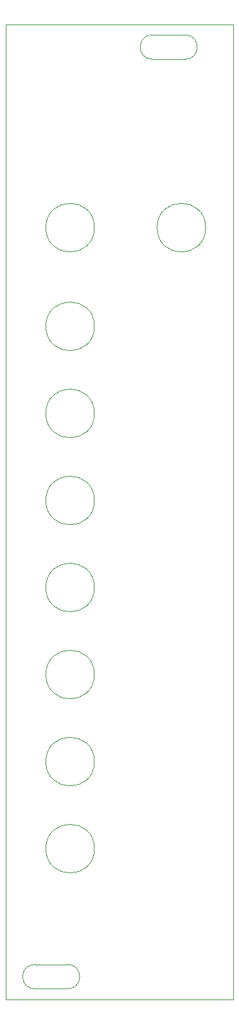
<source format=gm1>
%TF.GenerationSoftware,KiCad,Pcbnew,(5.1.9)-1*%
%TF.CreationDate,2021-08-11T15:41:34+02:00*%
%TF.ProjectId,clockdiv-panel,636c6f63-6b64-4697-962d-70616e656c2e,rev?*%
%TF.SameCoordinates,Original*%
%TF.FileFunction,Profile,NP*%
%FSLAX46Y46*%
G04 Gerber Fmt 4.6, Leading zero omitted, Abs format (unit mm)*
G04 Created by KiCad (PCBNEW (5.1.9)-1) date 2021-08-11 15:41:34*
%MOMM*%
%LPD*%
G01*
G04 APERTURE LIST*
%TA.AperFunction,Profile*%
%ADD10C,0.050000*%
%TD*%
G04 APERTURE END LIST*
D10*
X115824000Y-178790600D02*
G75*
G02*
X115824000Y-181991000I0J-1600200D01*
G01*
X111506000Y-181991000D02*
G75*
G02*
X111506000Y-178790600I0J1600200D01*
G01*
X115824000Y-181991000D02*
X111506000Y-181991000D01*
X111506000Y-178790600D02*
X115824000Y-178790600D01*
X127000000Y-56743600D02*
X131318000Y-56743600D01*
X131318000Y-59944000D02*
X127000000Y-59944000D01*
X131318000Y-56743600D02*
G75*
G02*
X131318000Y-59944000I0J-1600200D01*
G01*
X127000000Y-59944000D02*
G75*
G02*
X127000000Y-56743600I0J1600200D01*
G01*
X119360000Y-82054600D02*
G75*
G03*
X119360000Y-82054600I-3200000J0D01*
G01*
X134020000Y-82054600D02*
G75*
G03*
X134020000Y-82054600I-3200000J0D01*
G01*
X119360000Y-140732000D02*
G75*
G03*
X119360000Y-140732000I-3200000J0D01*
G01*
X119360000Y-163592000D02*
G75*
G03*
X119360000Y-163592000I-3200000J0D01*
G01*
X119360000Y-152165400D02*
G75*
G03*
X119360000Y-152165400I-3200000J0D01*
G01*
X119360000Y-129305400D02*
G75*
G03*
X119360000Y-129305400I-3200000J0D01*
G01*
X119360000Y-117875400D02*
G75*
G03*
X119360000Y-117875400I-3200000J0D01*
G01*
X119360000Y-106445400D02*
G75*
G03*
X119360000Y-106445400I-3200000J0D01*
G01*
X119360000Y-95012000D02*
G75*
G03*
X119360000Y-95012000I-3200000J0D01*
G01*
X137668000Y-183388000D02*
X137668000Y-55372000D01*
X107696000Y-55372000D02*
X107696000Y-183388000D01*
X107696000Y-183388000D02*
X137668000Y-183388000D01*
X137668000Y-55372000D02*
X107696000Y-55372000D01*
M02*

</source>
